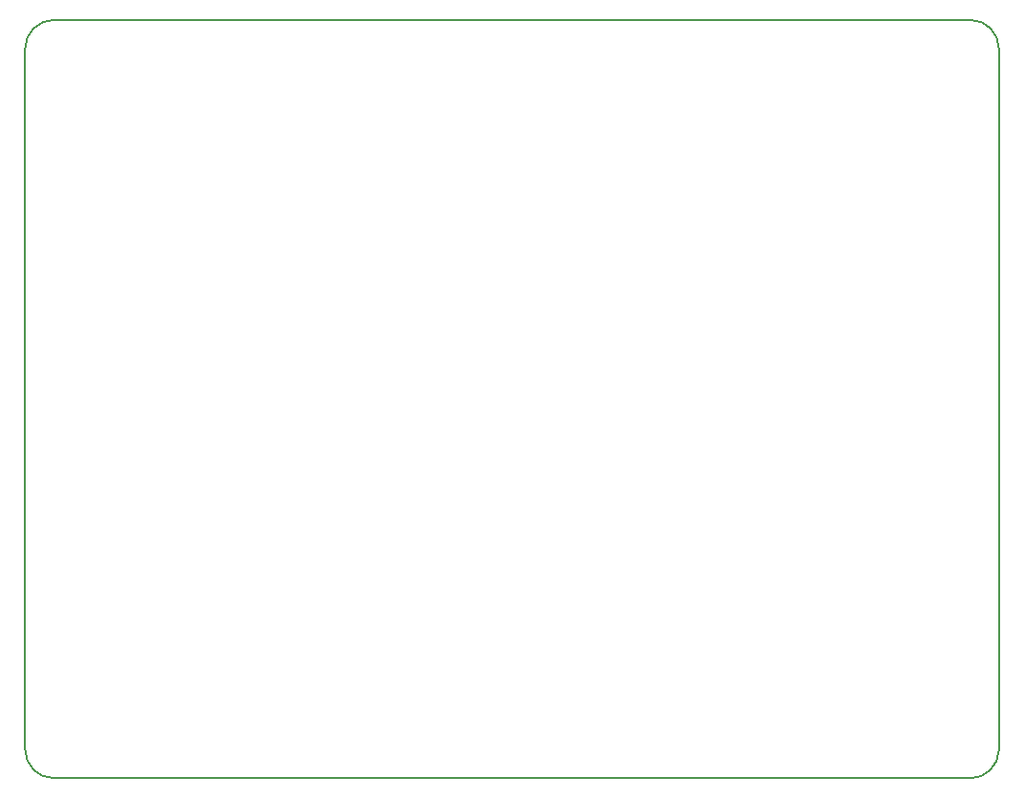
<source format=gko>
G04 DipTrace Beta 2.3.5.2*
%INTeensyDuinoV001-wide.gko*%
%MOIN*%
%ADD11C,0.0055*%
%FSLAX44Y44*%
G04*
G70*
G90*
G75*
G01*
%LNBoardOutline*%
%LPD*%
X4940Y3940D2*
D11*
X36920D1*
G03X37920Y4940I0J1000D01*
G01*
Y29420D1*
G03X36920Y30420I-1000J0D01*
G01*
X4940D1*
G03X3940Y29420I0J-1000D01*
G01*
Y4940D1*
G03X4940Y3940I1000J0D01*
G01*
M02*

</source>
